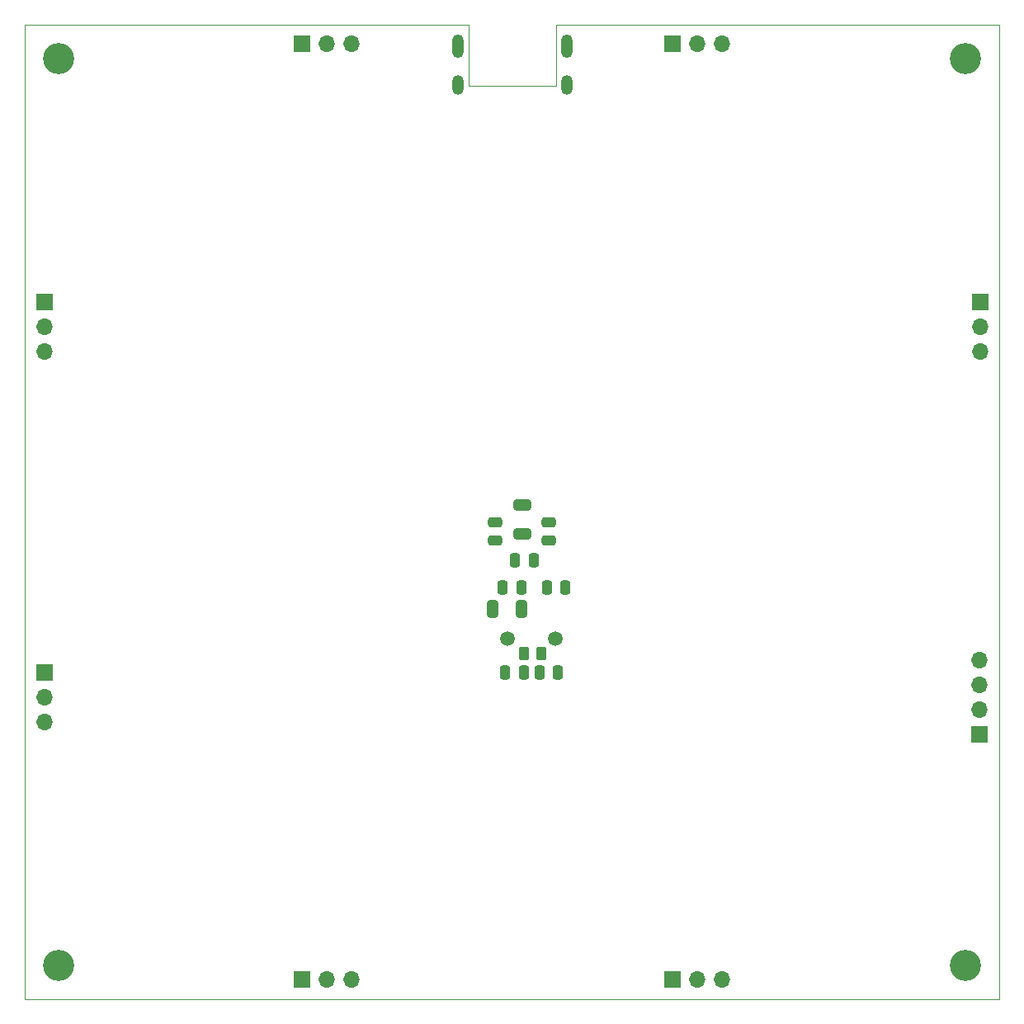
<source format=gbs>
G04 #@! TF.GenerationSoftware,KiCad,Pcbnew,(6.0.5)*
G04 #@! TF.CreationDate,2022-06-26T21:29:14+02:00*
G04 #@! TF.ProjectId,5x5x2-part2,35783578-322d-4706-9172-74322e6b6963,rev?*
G04 #@! TF.SameCoordinates,Original*
G04 #@! TF.FileFunction,Soldermask,Bot*
G04 #@! TF.FilePolarity,Negative*
%FSLAX46Y46*%
G04 Gerber Fmt 4.6, Leading zero omitted, Abs format (unit mm)*
G04 Created by KiCad (PCBNEW (6.0.5)) date 2022-06-26 21:29:14*
%MOMM*%
%LPD*%
G01*
G04 APERTURE LIST*
G04 Aperture macros list*
%AMRoundRect*
0 Rectangle with rounded corners*
0 $1 Rounding radius*
0 $2 $3 $4 $5 $6 $7 $8 $9 X,Y pos of 4 corners*
0 Add a 4 corners polygon primitive as box body*
4,1,4,$2,$3,$4,$5,$6,$7,$8,$9,$2,$3,0*
0 Add four circle primitives for the rounded corners*
1,1,$1+$1,$2,$3*
1,1,$1+$1,$4,$5*
1,1,$1+$1,$6,$7*
1,1,$1+$1,$8,$9*
0 Add four rect primitives between the rounded corners*
20,1,$1+$1,$2,$3,$4,$5,0*
20,1,$1+$1,$4,$5,$6,$7,0*
20,1,$1+$1,$6,$7,$8,$9,0*
20,1,$1+$1,$8,$9,$2,$3,0*%
G04 Aperture macros list end*
G04 #@! TA.AperFunction,Profile*
%ADD10C,0.100000*%
G04 #@! TD*
%ADD11C,1.500000*%
%ADD12C,3.200000*%
%ADD13R,1.700000X1.700000*%
%ADD14O,1.700000X1.700000*%
%ADD15O,1.200000X2.000000*%
%ADD16O,1.200000X2.400000*%
%ADD17RoundRect,0.250000X-0.262500X-0.450000X0.262500X-0.450000X0.262500X0.450000X-0.262500X0.450000X0*%
%ADD18RoundRect,0.250000X0.250000X0.475000X-0.250000X0.475000X-0.250000X-0.475000X0.250000X-0.475000X0*%
%ADD19RoundRect,0.250000X-0.250000X-0.475000X0.250000X-0.475000X0.250000X0.475000X-0.250000X0.475000X0*%
%ADD20RoundRect,0.250000X-0.475000X0.250000X-0.475000X-0.250000X0.475000X-0.250000X0.475000X0.250000X0*%
%ADD21RoundRect,0.250000X-0.650000X0.325000X-0.650000X-0.325000X0.650000X-0.325000X0.650000X0.325000X0*%
%ADD22RoundRect,0.250000X0.475000X-0.250000X0.475000X0.250000X-0.475000X0.250000X-0.475000X-0.250000X0*%
%ADD23RoundRect,0.250000X0.325000X0.650000X-0.325000X0.650000X-0.325000X-0.650000X0.325000X-0.650000X0*%
G04 APERTURE END LIST*
D10*
X240000000Y-38000000D02*
X240000000Y-138000000D01*
X240000000Y-138000000D02*
X140000000Y-138000000D01*
X140000000Y-138000000D02*
X140000000Y-38000000D01*
X194500000Y-38000000D02*
X194500000Y-44300000D01*
X185500000Y-38000000D02*
X140000000Y-38000000D01*
X194500000Y-38000000D02*
X240000000Y-38000000D01*
X194500000Y-44300000D02*
X185500000Y-44300000D01*
X185500000Y-44300000D02*
X185500000Y-38000000D01*
D11*
X189550000Y-101000000D03*
X194430000Y-101000000D03*
D12*
X236500000Y-41500000D03*
D13*
X206475000Y-39975000D03*
D14*
X209015000Y-39975000D03*
X211555000Y-39975000D03*
D12*
X236500000Y-134500000D03*
D13*
X168475000Y-39975000D03*
D14*
X171015000Y-39975000D03*
X173555000Y-39975000D03*
D15*
X195580000Y-44195000D03*
X184420000Y-44195000D03*
D16*
X195580000Y-40195000D03*
X184420000Y-40195000D03*
D13*
X142000000Y-104460000D03*
D14*
X142000000Y-107000000D03*
X142000000Y-109540000D03*
D13*
X142000000Y-66460000D03*
D14*
X142000000Y-69000000D03*
X142000000Y-71540000D03*
D12*
X143500000Y-134500000D03*
D13*
X206475000Y-135975000D03*
D14*
X209015000Y-135975000D03*
X211555000Y-135975000D03*
D12*
X143500000Y-41500000D03*
D13*
X237975000Y-110830000D03*
D14*
X237975000Y-108290000D03*
X237975000Y-105750000D03*
X237975000Y-103210000D03*
D13*
X238000000Y-66460000D03*
D14*
X238000000Y-69000000D03*
X238000000Y-71540000D03*
D13*
X168475000Y-135975000D03*
D14*
X171015000Y-135975000D03*
X173555000Y-135975000D03*
D17*
X191175000Y-102500000D03*
X193000000Y-102500000D03*
D18*
X195450000Y-95750000D03*
X193550000Y-95750000D03*
D19*
X190300000Y-93000000D03*
X192200000Y-93000000D03*
D18*
X190950000Y-95750000D03*
X189050000Y-95750000D03*
D20*
X193750000Y-89050000D03*
X193750000Y-90950000D03*
D18*
X191200000Y-104500000D03*
X189300000Y-104500000D03*
D21*
X191000000Y-87275000D03*
X191000000Y-90225000D03*
D19*
X192800000Y-104500000D03*
X194700000Y-104500000D03*
D22*
X188250000Y-90950000D03*
X188250000Y-89050000D03*
D23*
X190975000Y-98000000D03*
X188025000Y-98000000D03*
M02*

</source>
